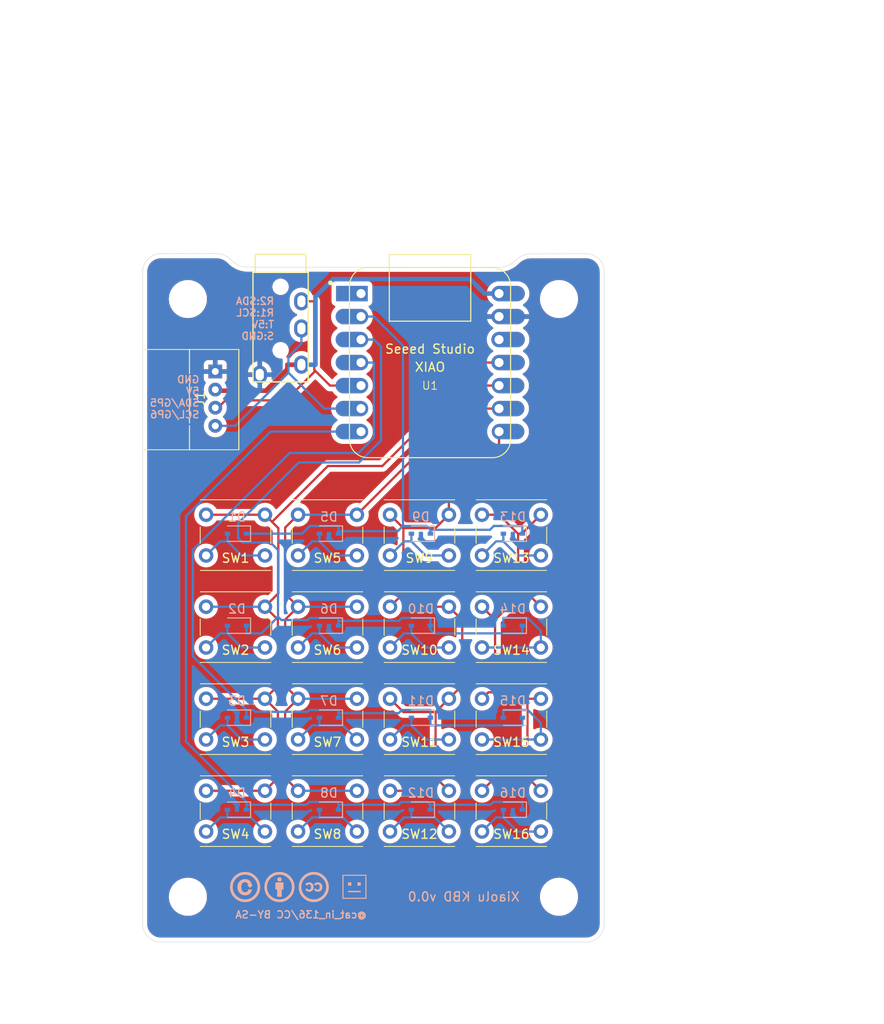
<source format=kicad_pcb>
(kicad_pcb (version 20211014) (generator pcbnew)
  (title_block (title "Xiaolu KBD PCB") (date "2023-02-04") (rev "0.0") (company "@cat_in_136"))
  (layers (0 "F.Cu" signal) (31 "B.Cu" signal) (34 "B.Paste" user) (35 "F.Paste" user) (36 "B.SilkS" user "B.Silkscreen") (37 "F.SilkS" user "F.Silkscreen") (38 "B.Mask" user) (39 "F.Mask" user) (44 "Edge.Cuts" user))
  (net 0 "")
  (net 1 "row0")
  (net 2 "Net-(D1-Pad2)")
  (net 3 "row1")
  (net 4 "Net-(D2-Pad2)")
  (net 5 "row2")
  (net 6 "Net-(D3-Pad2)")
  (net 7 "row3")
  (net 8 "Net-(D4-Pad2)")
  (net 9 "Net-(D5-Pad2)")
  (net 10 "Net-(D6-Pad2)")
  (net 11 "Net-(D7-Pad2)")
  (net 12 "Net-(D8-Pad2)")
  (net 13 "Net-(D9-Pad2)")
  (net 14 "Net-(D10-Pad2)")
  (net 15 "Net-(D11-Pad2)")
  (net 16 "Net-(D12-Pad2)")
  (net 17 "Net-(D13-Pad2)")
  (net 18 "Net-(D14-Pad2)")
  (net 19 "Net-(D15-Pad2)")
  (net 20 "Net-(D16-Pad2)")
  (net 21 "GND")
  (net 22 "+5V")
  (net 23 "SDA")
  (net 24 "SCL")
  (net 25 "col0")
  (net 26 "col1")
  (net 27 "col2")
  (net 28 "col3")
  (net 30 "+3.3V")
  (footprint "Xiaolu-Specific:XIAO-Generic-Hybrid-14P-2.54-21X17.8MM" (layer "F.Cu") (at 82.55 62.23)
    (fp_text reference "U1" (at 0 2.54) (layer "F.SilkS") (effects (font (size 0.889 0.889) (thickness 0.1016))))
    (fp_text value "Seeed Studio XIAO SAMD21" hide)
    (fp_text user "XIAO" (at 0 0.5 unlocked) (layer "F.SilkS"))
    (fp_text user "Seeed Studio" (at 0 -1.5 unlocked) (layer "F.SilkS"))
    (pad "1" thru_hole rect (at -7.625 -7.62) (size 3.5 1.7) (drill 1 (offset -1 0)) (layers *.Cu *.Mask))
    (pad "2" thru_hole oval (at -7.625 -5.08) (size 3.6 1.7) (drill 1 (offset -1 0)) (layers *.Cu *.Mask) (net 1 "row0"))
    (pad "3" thru_hole oval (at -7.625 -2.54) (size 3.6 1.7) (drill 1 (offset -1 0)) (layers *.Cu *.Mask) (net 3 "row1"))
    (pad "4" thru_hole oval (at -7.625 0) (size 3.6 1.7) (drill 1 (offset -1 0)) (layers *.Cu *.Mask) (net 5 "row2"))
    (pad "5" thru_hole oval (at -7.625 2.54) (size 3.6 1.7) (drill 1 (offset -1 0)) (layers *.Cu *.Mask) (net 23 "SDA"))
    (pad "6" thru_hole oval (at -7.625 5.08 180) (size 3.6 1.7) (drill 1 (offset 1 0)) (layers *.Cu *.Mask) (net 24 "SCL"))
    (pad "7" thru_hole oval (at -7.625 7.62) (size 3.6 1.7) (drill 1 (offset -1 0)) (layers *.Cu *.Mask) (net 7 "row3"))
    (pad "8" thru_hole oval (at 7.625 7.62) (size 3.6 1.7) (drill 1 (offset 1 0)) (layers *.Cu *.Mask) (net 28 "col3"))
    (pad "9" thru_hole oval (at 7.625 5.08) (size 3.6 1.7) (drill 1 (offset 1 0)) (layers *.Cu *.Mask) (net 27 "col2"))
    (pad "10" thru_hole oval (at 7.625 2.54) (size 3.6 1.7) (drill 1 (offset 1 0)) (layers *.Cu *.Mask) (net 26 "col1"))
    (pad "11" thru_hole oval (at 7.625 0) (size 3.7 1.7) (drill 1 (offset 1 0)) (layers *.Cu *.Mask) (net 25 "col0"))
    (pad "12" thru_hole oval (at 7.625 -2.54) (size 3.7 1.7) (drill 1 (offset 1 0)) (layers *.Cu *.Mask) (net 30 "+3.3V"))
    (pad "13" thru_hole oval (at 7.625 -5.08) (size 3.7 1.7) (drill 1 (offset 1 0)) (layers *.Cu *.Mask) (net 21 "GND"))
    (pad "14" thru_hole oval (at 7.625 -7.62) (size 3.7 1.7) (drill 1 (offset 1 0)) (layers *.Cu *.Mask) (net 22 "+5V"))
  )
  (footprint "Xiaolu-Specific:NS-Tech_Grove_1x04_P2mm_Hybrid" (layer "F.Cu") (at 58.825 63.215)
    (fp_text reference "J1" (at -1.675 3.025 90) (layer "F.SilkS"))
    (fp_text value "Conn_01x04_Male")
    (pad "1" thru_hole rect (at 0 0) (size 1.524 1.524) (drill 0.762) (layers *.Cu *.Mask) (net 21 "GND"))
    (pad "2" thru_hole circle (at 0 2) (size 1.524 1.524) (drill 0.762) (layers *.Cu *.Mask) (net 22 "+5V"))
    (pad "3" thru_hole circle (at 0 4) (size 1.524 1.524) (drill 0.762) (layers *.Cu *.Mask) (net 23 "SDA"))
    (pad "4" thru_hole circle (at 0 6) (size 1.524 1.524) (drill 0.762) (layers *.Cu *.Mask) (net 24 "SCL"))
  )
  (footprint "MountingHole:MountingHole_3.2mm_M3" (layer "F.Cu") (at 55.8 121.2142 -90)
    (fp_text reference "REF**2" hide)
    (fp_text value "MountingHole_3.2mm_M3")
    (pad "" np_thru_hole circle (at 0 0 270) (size 3.2 3.2) (drill 3.2) (layers F&B.Cu *.Mask))
  )
  (footprint "Xiaolu-Specific:SW_PUSH_Switronic_TS-AXXXH" (layer "F.Cu") (at 88.29 89.19)
    (fp_text reference "SW14" (at 3.25 4.79) (layer "F.SilkS"))
    (fp_text value "SW_Push")
    (pad "1" thru_hole circle (at 6.5 0) (size 1.6 1.6) (drill 0.9) (layers *.Cu *.Mask) (net 28 "col3"))
    (pad "1" thru_hole circle (at 0 0) (size 1.6 1.6) (drill 0.9) (layers *.Cu *.Mask) (net 28 "col3"))
    (pad "2" thru_hole circle (at 0 4.5) (size 1.6 1.6) (drill 0.9) (layers *.Cu *.Mask) (net 18 "Net-(D14-Pad2)"))
    (pad "2" thru_hole circle (at 6.5 4.5) (size 1.6 1.6) (drill 0.9) (layers *.Cu *.Mask) (net 18 "Net-(D14-Pad2)"))
  )
  (footprint "Xiaolu-Specific:SW_PUSH_Switronic_TS-AXXXH" (layer "F.Cu") (at 57.81 109.51)
    (fp_text reference "SW4" (at 3.25 4.79) (layer "F.SilkS"))
    (fp_text value "SW_Push")
    (pad "1" thru_hole circle (at 6.5 0) (size 1.6 1.6) (drill 0.9) (layers *.Cu *.Mask) (net 25 "col0"))
    (pad "1" thru_hole circle (at 0 0) (size 1.6 1.6) (drill 0.9) (layers *.Cu *.Mask) (net 25 "col0"))
    (pad "2" thru_hole circle (at 6.5 4.5) (size 1.6 1.6) (drill 0.9) (layers *.Cu *.Mask) (net 8 "Net-(D4-Pad2)"))
    (pad "2" thru_hole circle (at 0 4.5) (size 1.6 1.6) (drill 0.9) (layers *.Cu *.Mask) (net 8 "Net-(D4-Pad2)"))
  )
  (footprint "Xiaolu-Specific:SW_PUSH_Switronic_TS-AXXXH" (layer "F.Cu") (at 88.29 109.51)
    (fp_text reference "SW16" (at 3.25 4.79) (layer "F.SilkS"))
    (fp_text value "SW_Push")
    (pad "1" thru_hole circle (at 0 0) (size 1.6 1.6) (drill 0.9) (layers *.Cu *.Mask) (net 28 "col3"))
    (pad "1" thru_hole circle (at 6.5 0) (size 1.6 1.6) (drill 0.9) (layers *.Cu *.Mask) (net 28 "col3"))
    (pad "2" thru_hole circle (at 0 4.5) (size 1.6 1.6) (drill 0.9) (layers *.Cu *.Mask) (net 20 "Net-(D16-Pad2)"))
    (pad "2" thru_hole circle (at 6.5 4.5) (size 1.6 1.6) (drill 0.9) (layers *.Cu *.Mask) (net 20 "Net-(D16-Pad2)"))
  )
  (footprint "MountingHole:MountingHole_3.2mm_M3" (layer "F.Cu") (at 96.8 121.2142 -90)
    (fp_text reference "REF**4" hide)
    (fp_text value "MountingHole_3.2mm_M3")
    (pad "" np_thru_hole circle (at 0 0 270) (size 3.2 3.2) (drill 3.2) (layers F&B.Cu *.Mask))
  )
  (footprint "Xiaolu-Specific:SW_PUSH_Switronic_TS-AXXXH" (layer "F.Cu") (at 78.13 99.35)
    (fp_text reference "SW11" (at 3.25 4.79) (layer "F.SilkS"))
    (fp_text value "SW_Push")
    (pad "1" thru_hole circle (at 6.5 0) (size 1.6 1.6) (drill 0.9) (layers *.Cu *.Mask) (net 27 "col2"))
    (pad "1" thru_hole circle (at 0 0) (size 1.6 1.6) (drill 0.9) (layers *.Cu *.Mask) (net 27 "col2"))
    (pad "2" thru_hole circle (at 0 4.5) (size 1.6 1.6) (drill 0.9) (layers *.Cu *.Mask) (net 15 "Net-(D11-Pad2)"))
    (pad "2" thru_hole circle (at 6.5 4.5) (size 1.6 1.6) (drill 0.9) (layers *.Cu *.Mask) (net 15 "Net-(D11-Pad2)"))
  )
  (footprint "Xiaolu-Specific:SW_PUSH_Switronic_TS-AXXXH" (layer "F.Cu") (at 67.97 109.51)
    (fp_text reference "SW8" (at 3.25 4.79) (layer "F.SilkS"))
    (fp_text value "SW_Push")
    (pad "1" thru_hole circle (at 0 0) (size 1.6 1.6) (drill 0.9) (layers *.Cu *.Mask) (net 26 "col1"))
    (pad "1" thru_hole circle (at 6.5 0) (size 1.6 1.6) (drill 0.9) (layers *.Cu *.Mask) (net 26 "col1"))
    (pad "2" thru_hole circle (at 6.5 4.5) (size 1.6 1.6) (drill 0.9) (layers *.Cu *.Mask) (net 12 "Net-(D8-Pad2)"))
    (pad "2" thru_hole circle (at 0 4.5) (size 1.6 1.6) (drill 0.9) (layers *.Cu *.Mask) (net 12 "Net-(D8-Pad2)"))
  )
  (footprint "MountingHole:MountingHole_3.2mm_M3" (layer "F.Cu") (at 55.8 55.2142 -90)
    (fp_text reference "REF**1" hide)
    (fp_text value "MountingHole_3.2mm_M3")
    (pad "" np_thru_hole circle (at 0 0 270) (size 3.2 3.2) (drill 3.2) (layers F&B.Cu *.Mask))
  )
  (footprint "Xiaolu-Specific:SW_PUSH_Switronic_TS-AXXXH" (layer "F.Cu") (at 78.13 79.03)
    (fp_text reference "SW9" (at 3.25 4.79) (layer "F.SilkS"))
    (fp_text value "SW_Push")
    (pad "1" thru_hole circle (at 0 0) (size 1.6 1.6) (drill 0.9) (layers *.Cu *.Mask) (net 27 "col2"))
    (pad "1" thru_hole circle (at 6.5 0) (size 1.6 1.6) (drill 0.9) (layers *.Cu *.Mask) (net 27 "col2"))
    (pad "2" thru_hole circle (at 0 4.5) (size 1.6 1.6) (drill 0.9) (layers *.Cu *.Mask) (net 13 "Net-(D9-Pad2)"))
    (pad "2" thru_hole circle (at 6.5 4.5) (size 1.6 1.6) (drill 0.9) (layers *.Cu *.Mask) (net 13 "Net-(D9-Pad2)"))
  )
  (footprint "Xiaolu-Specific:SW_PUSH_Switronic_TS-AXXXH" (layer "F.Cu") (at 57.81 99.35)
    (fp_text reference "SW3" (at 3.25 4.79) (layer "F.SilkS"))
    (fp_text value "SW_Push")
    (pad "1" thru_hole circle (at 6.5 0) (size 1.6 1.6) (drill 0.9) (layers *.Cu *.Mask) (net 25 "col0"))
    (pad "1" thru_hole circle (at 0 0) (size 1.6 1.6) (drill 0.9) (layers *.Cu *.Mask) (net 25 "col0"))
    (pad "2" thru_hole circle (at 6.5 4.5) (size 1.6 1.6) (drill 0.9) (layers *.Cu *.Mask) (net 6 "Net-(D3-Pad2)"))
    (pad "2" thru_hole circle (at 0 4.5) (size 1.6 1.6) (drill 0.9) (layers *.Cu *.Mask) (net 6 "Net-(D3-Pad2)"))
  )
  (footprint "Xiaolu-Specific:SW_PUSH_Switronic_TS-AXXXH" (layer "F.Cu") (at 78.13 109.51)
    (fp_text reference "SW12" (at 3.25 4.79) (layer "F.SilkS"))
    (fp_text value "SW_Push")
    (pad "1" thru_hole circle (at 0 0) (size 1.6 1.6) (drill 0.9) (layers *.Cu *.Mask) (net 27 "col2"))
    (pad "1" thru_hole circle (at 6.5 0) (size 1.6 1.6) (drill 0.9) (layers *.Cu *.Mask) (net 27 "col2"))
    (pad "2" thru_hole circle (at 6.5 4.5) (size 1.6 1.6) (drill 0.9) (layers *.Cu *.Mask) (net 16 "Net-(D12-Pad2)"))
    (pad "2" thru_hole circle (at 0 4.5) (size 1.6 1.6) (drill 0.9) (layers *.Cu *.Mask) (net 16 "Net-(D12-Pad2)"))
  )
  (footprint "MountingHole:MountingHole_3.2mm_M3" (layer "F.Cu") (at 96.8 55.2142 -90)
    (fp_text reference "REF**3" hide)
    (fp_text value "MountingHole_3.2mm_M3")
    (pad "" np_thru_hole circle (at 0 0 270) (size 3.2 3.2) (drill 3.2) (layers F&B.Cu *.Mask))
  )
  (footprint "Xiaolu-Specific:SW_PUSH_Switronic_TS-AXXXH" (layer "F.Cu") (at 88.29 79.03)
    (fp_text reference "SW13" (at 3.25 4.79) (layer "F.SilkS"))
    (fp_text value "SW_Push")
    (pad "1" thru_hole circle (at 6.5 0) (size 1.6 1.6) (drill 0.9) (layers *.Cu *.Mask) (net 28 "col3"))
    (pad "1" thru_hole circle (at 0 0) (size 1.6 1.6) (drill 0.9) (layers *.Cu *.Mask) (net 28 "col3"))
    (pad "2" thru_hole circle (at 0 4.5) (size 1.6 1.6) (drill 0.9) (layers *.Cu *.Mask) (net 17 "Net-(D13-Pad2)"))
    (pad "2" thru_hole circle (at 6.5 4.5) (size 1.6 1.6) (drill 0.9) (layers *.Cu *.Mask) (net 17 "Net-(D13-Pad2)"))
  )
  (footprint "Xiaolu-Specific:TRRS-PJ-320A" (layer "F.Cu") (at 66.04 52.2642)
    (fp_text reference "J2")
    (fp_text value "TRRS")
    (pad "" np_thru_hole circle (at 0 8.6) (size 0.8 0.8) (drill 0.8) (layers *.Cu *.Mask))
    (pad "" np_thru_hole circle (at 0 1.6) (size 0.8 0.8) (drill 0.8) (layers *.Cu *.Mask))
    (pad "1" thru_hole oval (at -2.3 11.3) (size 1.6 2) (drill oval 0.9 1.3) (layers *.Cu *.Mask) (net 21 "GND"))
    (pad "2" thru_hole oval (at 2.3 10.2) (size 1.6 2) (drill oval 0.9 1.3) (layers *.Cu *.Mask) (net 22 "+5V"))
    (pad "3" thru_hole oval (at 2.3 6.2) (size 1.6 2) (drill oval 0.9 1.3) (layers *.Cu *.Mask) (net 24 "SCL"))
    (pad "4" thru_hole oval (at 2.3 3.2) (size 1.6 2) (drill oval 0.9 1.3) (layers *.Cu *.Mask) (net 23 "SDA"))
  )
  (footprint "Xiaolu-Specific:SW_PUSH_Switronic_TS-AXXXH" (layer "F.Cu") (at 67.97 89.19)
    (fp_text reference "SW6" (at 3.25 4.79) (layer "F.SilkS"))
    (fp_text value "SW_Push")
    (pad "1" thru_hole circle (at 6.5 0) (size 1.6 1.6) (drill 0.9) (layers *.Cu *.Mask) (net 26 "col1"))
    (pad "1" thru_hole circle (at 0 0) (size 1.6 1.6) (drill 0.9) (layers *.Cu *.Mask) (net 26 "col1"))
    (pad "2" thru_hole circle (at 0 4.5) (size 1.6 1.6) (drill 0.9) (layers *.Cu *.Mask) (net 10 "Net-(D6-Pad2)"))
    (pad "2" thru_hole circle (at 6.5 4.5) (size 1.6 1.6) (drill 0.9) (layers *.Cu *.Mask) (net 10 "Net-(D6-Pad2)"))
  )
  (footprint "Xiaolu-Specific:SW_PUSH_Switronic_TS-AXXXH" (layer "F.Cu") (at 67.97 79.03)
    (fp_text reference "SW5" (at 3.25 4.79) (layer "F.SilkS"))
    (fp_text value "SW_Push")
    (pad "1" thru_hole circle (at 6.5 0) (size 1.6 1.6) (drill 0.9) (layers *.Cu *.Mask) (net 26 "col1"))
    (pad "1" thru_hole circle (at 0 0) (size 1.6 1.6) (drill 0.9) (layers *.Cu *.Mask) (net 26 "col1"))
    (pad "2" thru_hole circle (at 0 4.5) (size 1.6 1.6) (drill 0.9) (layers *.Cu *.Mask) (net 9 "Net-(D5-Pad2)"))
    (pad "2" thru_hole circle (at 6.5 4.5) (size 1.6 1.6) (drill 0.9) (layers *.Cu *.Mask) (net 9 "Net-(D5-Pad2)"))
  )
  (footprint "Xiaolu-Specific:SW_PUSH_Switronic_TS-AXXXH" (layer "F.Cu") (at 88.29 99.35)
    (fp_text reference "SW15" (at 3.25 4.79) (layer "F.SilkS"))
    (fp_text value "SW_Push")
    (pad "1" thru_hole circle (at 6.5 0) (size 1.6 1.6) (drill 0.9) (layers *.Cu *.Mask) (net 28 "col3"))
    (pad "1" thru_hole circle (at 0 0) (size 1.6 1.6) (drill 0.9) (layers *.Cu *.Mask) (net 28 "col3"))
    (pad "2" thru_hole circle (at 0 4.5) (size 1.6 1.6) (drill 0.9) (layers *.Cu *.Mask) (net 19 "Net-(D15-Pad2)"))
    (pad "2" thru_hole circle (at 6.5 4.5) (size 1.6 1.6) (drill 0.9) (layers *.Cu *.Mask) (net 19 "Net-(D15-Pad2)"))
  )
  (footprint "Xiaolu-Specific:SW_PUSH_Switronic_TS-AXXXH" (layer "F.Cu") (at 67.97 99.35)
    (fp_text reference "SW7" (at 3.25 4.79) (layer "F.SilkS"))
    (fp_text value "SW_Push")
    (pad "1" thru_hole circle (at 6.5 0) (size 1.6 1.6) (drill 0.9) (layers *.Cu *.Mask) (net 26 "col1"))
    (pad "1" thru_hole circle (at 0 0) (size 1.6 1.6) (drill 0.9) (layers *.Cu *.Mask) (net 26 "col1"))
    (pad "2" thru_hole circle (at 6.5 4.5) (size 1.6 1.6) (drill 0.9) (layers *.Cu *.Mask) (net 11 "Net-(D7-Pad2)"))
    (pad "2" thru_hole circle (at 0 4.5) (size 1.6 1.6) (drill 0.9) (layers *.Cu *.Mask) (net 11 "Net-(D7-Pad2)"))
  )
  (footprint "Xiaolu-Specific:SW_PUSH_Switronic_TS-AXXXH" (layer "F.Cu") (at 57.81 79.03)
    (fp_text reference "SW1" (at 3.25 4.79) (layer "F.SilkS"))
    (fp_text value "SW_Push")
    (pad "1" thru_hole circle (at 0 0) (size 1.6 1.6) (drill 0.9) (layers *.Cu *.Mask) (net 25 "col0"))
    (pad "1" thru_hole circle (at 6.5 0) (size 1.6 1.6) (drill 0.9) (layers *.Cu *.Mask) (net 25 "col0"))
    (pad "2" thru_hole circle (at 6.5 4.5) (size 1.6 1.6) (drill 0.9) (layers *.Cu *.Mask) (net 2 "Net-(D1-Pad2)"))
    (pad "2" thru_hole circle (at 0 4.5) (size 1.6 1.6) (drill 0.9) (layers *.Cu *.Mask) (net 2 "Net-(D1-Pad2)"))
  )
  (footprint "Xiaolu-Specific:SW_PUSH_Switronic_TS-AXXXH" (layer "F.Cu") (at 78.13 89.19)
    (fp_text reference "SW10" (at 3.25 4.79) (layer "F.SilkS"))
    (fp_text value "SW_Push")
    (pad "1" thru_hole circle (at 0 0) (size 1.6 1.6) (drill 0.9) (layers *.Cu *.Mask) (net 27 "col2"))
    (pad "1" thru_hole circle (at 6.5 0) (size 1.6 1.6) (drill 0.9) (layers *.Cu *.Mask) (net 27 "col2"))
    (pad "2" thru_hole circle (at 0 4.5) (size 1.6 1.6) (drill 0.9) (layers *.Cu *.Mask) (net 14 "Net-(D10-Pad2)"))
    (pad "2" thru_hole circle (at 6.5 4.5) (size 1.6 1.6) (drill 0.9) (layers *.Cu *.Mask) (net 14 "Net-(D10-Pad2)"))
  )
  (footprint "Xiaolu-Specific:SW_PUSH_Switronic_TS-AXXXH" (layer "F.Cu") (at 57.81 89.19)
    (fp_text reference "SW2" (at 3.25 4.79) (layer "F.SilkS"))
    (fp_text value "SW_Push")
    (pad "1" thru_hole circle (at 0 0) (size 1.6 1.6) (drill 0.9) (layers *.Cu *.Mask) (net 25 "col0"))
    (pad "1" thru_hole circle (at 6.5 0) (size 1.6 1.6) (drill 0.9) (layers *.Cu *.Mask) (net 25 "col0"))
    (pad "2" thru_hole circle (at 6.5 4.5) (size 1.6 1.6) (drill 0.9) (layers *.Cu *.Mask) (net 4 "Net-(D2-Pad2)"))
    (pad "2" thru_hole circle (at 0 4.5) (size 1.6 1.6) (drill 0.9) (layers *.Cu *.Mask) (net 4 "Net-(D2-Pad2)"))
  )
  (footprint "Diode_SMD:D_SOD-323" (layer "B.Cu") (at 91.7 91.28 180)
    (fp_text reference "D14" (at 0 1.85) (layer "B.SilkS") (effects (justify mirror)))
    (fp_text value "D")
    (pad "1" smd rect (at -1.05 0 180) (size 0.6 0.45) (layers "B.Cu" "B.Paste" "B.Mask") (net 3 "row1"))
    (pad "2" smd rect (at 1.05 0 180) (size 0.6 0.45) (layers "B.Cu" "B.Paste" "B.Mask") (net 18 "Net-(D14-Pad2)"))
  )
  (footprint "Diode_SMD:D_SOD-323" (layer "B.Cu") (at 91.7 101.44 180)
    (fp_text reference "D15" (at 0 1.85) (layer "B.SilkS") (effects (justify mirror)))
    (fp_text value "D")
    (pad "1" smd rect (at -1.05 0 180) (size 0.6 0.45) (layers "B.Cu" "B.Paste" "B.Mask") (net 5 "row2"))
    (pad "2" smd rect (at 1.05 0 180) (size 0.6 0.45) (layers "B.Cu" "B.Paste" "B.Mask") (net 19 "Net-(D15-Pad2)"))
  )
  (footprint "Diode_SMD:D_SOD-323" (layer "B.Cu") (at 81.54 91.28 180)
    (fp_text reference "D10" (at 0 1.85) (layer "B.SilkS") (effects (justify mirror)))
    (fp_text value "D")
    (pad "1" smd rect (at -1.05 0 180) (size 0.6 0.45) (layers "B.Cu" "B.Paste" "B.Mask") (net 3 "row1"))
    (pad "2" smd rect (at 1.05 0 180) (size 0.6 0.45) (layers "B.Cu" "B.Paste" "B.Mask") (net 14 "Net-(D10-Pad2)"))
  )
  (footprint "Diode_SMD:D_SOD-323" (layer "B.Cu") (at 71.38 101.44 180)
    (fp_text reference "D7" (at 0 1.85) (layer "B.SilkS") (effects (justify mirror)))
    (fp_text value "D")
    (pad "1" smd rect (at -1.05 0 180) (size 0.6 0.45) (layers "B.Cu" "B.Paste" "B.Mask") (net 5 "row2"))
    (pad "2" smd rect (at 1.05 0 180) (size 0.6 0.45) (layers "B.Cu" "B.Paste" "B.Mask") (net 11 "Net-(D7-Pad2)"))
  )
  (footprint "Diode_SMD:D_SOD-323" (layer "B.Cu") (at 71.38 111.6 180)
    (fp_text reference "D8" (at 0 1.85) (layer "B.SilkS") (effects (justify mirror)))
    (fp_text value "D")
    (pad "1" smd rect (at -1.05 0 180) (size 0.6 0.45) (layers "B.Cu" "B.Paste" "B.Mask") (net 7 "row3"))
    (pad "2" smd rect (at 1.05 0 180) (size 0.6 0.45) (layers "B.Cu" "B.Paste" "B.Mask") (net 12 "Net-(D8-Pad2)"))
  )
  (footprint "Diode_SMD:D_SOD-323" (layer "B.Cu") (at 91.7 111.6 180)
    (fp_text reference "D16" (at 0 1.85) (layer "B.SilkS") (effects (justify mirror)))
    (fp_text value "D")
    (pad "1" smd rect (at -1.05 0 180) (size 0.6 0.45) (layers "B.Cu" "B.Paste" "B.Mask") (net 7 "row3"))
    (pad "2" smd rect (at 1.05 0 180) (size 0.6 0.45) (layers "B.Cu" "B.Paste" "B.Mask") (net 20 "Net-(D16-Pad2)"))
  )
  (footprint "Diode_SMD:D_SOD-323" (layer "B.Cu") (at 71.38 81.12 180)
    (fp_text reference "D5" (at 0 1.85) (layer "B.SilkS") (effects (justify mirror)))
    (fp_text value "D")
    (pad "1" smd rect (at -1.05 0 180) (size 0.6 0.45) (layers "B.Cu" "B.Paste" "B.Mask") (net 1 "row0"))
    (pad "2" smd rect (at 1.05 0 180) (size 0.6 0.45) (layers "B.Cu" "B.Paste" "B.Mask") (net 9 "Net-(D5-Pad2)"))
  )
  (footprint "Diode_SMD:D_SOD-323" (layer "B.Cu") (at 61.22 101.44 180)
    (fp_text reference "D3" (at 0 1.85) (layer "B.SilkS") (effects (justify mirror)))
    (fp_text value "D")
    (pad "1" smd rect (at -1.05 0 180) (size 0.6 0.45) (layers "B.Cu" "B.Paste" "B.Mask") (net 5 "row2"))
    (pad "2" smd rect (at 1.05 0 180) (size 0.6 0.45) (layers "B.Cu" "B.Paste" "B.Mask") (net 6 "Net-(D3-Pad2)"))
  )
  (footprint "Diode_SMD:D_SOD-323" (layer "B.Cu") (at 61.22 111.6 180)
    (fp_text reference "D4" (at 0 1.85) (layer "B.SilkS") (effects (justify mirror)))
    (fp_text value "D")
    (pad "1" smd rect (at -1.05 0 180) (size 0.6 0.45) (layers "B.Cu" "B.Paste" "B.Mask") (net 7 "row3"))
    (pad "2" smd rect (at 1.05 0 180) (size 0.6 0.45) (layers "B.Cu" "B.Paste" "B.Mask") (net 8 "Net-(D4-Pad2)"))
  )
  (footprint "Diode_SMD:D_SOD-323" (layer "B.Cu") (at 81.54 111.6 180)
    (fp_text reference "D12" (at 0 1.85) (layer "B.SilkS") (effects (justify mirror)))
    (fp_text value "D")
    (pad "1" smd rect (at -1.05 0 180) (size 0.6 0.45) (layers "B.Cu" "B.Paste" "B.Mask") (net 7 "row3"))
    (pad "2" smd rect (at 1.05 0 180) (size 0.6 0.45) (layers "B.Cu" "B.Paste" "B.Mask") (net 16 "Net-(D12-Pad2)"))
  )
  (footprint "Diode_SMD:D_SOD-323" (layer "B.Cu") (at 71.38 91.28 180)
    (fp_text reference "D6" (at 0 1.85) (layer "B.SilkS") (effects (justify mirror)))
    (fp_text value "D")
    (pad "1" smd rect (at -1.05 0 180) (size 0.6 0.45) (layers "B.Cu" "B.Paste" "B.Mask") (net 3 "row1"))
    (pad "2" smd rect (at 1.05 0 180) (size 0.6 0.45) (layers "B.Cu" "B.Paste" "B.Mask") (net 10 "Net-(D6-Pad2)"))
  )
  (footprint "Diode_SMD:D_SOD-323" (layer "B.Cu") (at 81.54 81.12 180)
    (fp_text reference "D9" (at 0 1.85) (layer "B.SilkS") (effects (justify mirror)))
    (fp_text value "D")
    (pad "1" smd rect (at -1.05 0 180) (size 0.6 0.45) (layers "B.Cu" "B.Paste" "B.Mask") (net 1 "row0"))
    (pad "2" smd rect (at 1.05 0 180) (size 0.6 0.45) (layers "B.Cu" "B.Paste" "B.Mask") (net 13 "Net-(D9-Pad2)"))
  )
  (footprint "Xiaolu-Specific:cat_in_136_inversed_2.54mm_SilkScreen" (layer "B.Cu") (at 75.47 118.84 180)
    (fp_text reference "REF**5" hide)
    (fp_text value "cat_in_136_inversed_2.54mm_SilkScreen")
  )
  (footprint "Diode_SMD:D_SOD-323" (layer "B.Cu") (at 81.54 101.44 180)
    (fp_text reference "D11" (at 0 1.85) (layer "B.SilkS") (effects (justify mirror)))
    (fp_text value "D")
    (pad "1" smd rect (at -1.05 0 180) (size 0.6 0.45) (layers "B.Cu" "B.Paste" "B.Mask") (net 5 "row2"))
    (pad "2" smd rect (at 1.05 0 180) (size 0.6 0.45) (layers "B.Cu" "B.Paste" "B.Mask") (net 15 "Net-(D11-Pad2)"))
  )
  (footprint "Diode_SMD:D_SOD-323" (layer "B.Cu") (at 91.7 81.12 180)
    (fp_text reference "D13" (at 0 1.85) (layer "B.SilkS") (effects (justify mirror)))
    (fp_text value "D")
    (pad "1" smd rect (at -1.05 0 180) (size 0.6 0.45) (layers "B.Cu" "B.Paste" "B.Mask") (net 1 "row0"))
    (pad "2" smd rect (at 1.05 0 180) (size 0.6 0.45) (layers "B.Cu" "B.Paste" "B.Mask") (net 17 "Net-(D13-Pad2)"))
  )
  (footprint "Diode_SMD:D_SOD-323" (layer "B.Cu") (at 61.22 91.28 180)
    (fp_text reference "D2" (at 0 1.85) (layer "B.SilkS") (effects (justify mirror)))
    (fp_text value "D")
    (pad "1" smd rect (at -1.05 0 180) (size 0.6 0.45) (layers "B.Cu" "B.Paste" "B.Mask") (net 3 "row1"))
    (pad "2" smd rect (at 1.05 0 180) (size 0.6 0.45) (layers "B.Cu" "B.Paste" "B.Mask") (net 4 "Net-(D2-Pad2)"))
  )
  (footprint "Xiaolu-Specific:Symbol_CreativeCommons_CC-BY-SA_SilkScreen" (layer "B.Cu") (at 71.374809 118.473333 180)
    (fp_text reference "REF**6" hide)
    (fp_text value "Symbol_CreativeCommons_CC-BY-SA_SilkScreen")
  )
  (footprint "Diode_SMD:D_SOD-323" (layer "B.Cu") (at 61.22 81.12 180)
    (fp_text reference "D1" (at 0 1.85) (layer "B.SilkS") (effects (justify mirror)))
    (fp_text value "D")
    (pad "1" smd rect (at -1.05 0 180) (size 0.6 0.45) (layers "B.Cu" "B.Paste" "B.Mask") (net 1 "row0"))
    (pad "2" smd rect (at 1.05 0 180) (size 0.6 0.45) (layers "B.Cu" "B.Paste" "B.Mask") (net 2 "Net-(D1-Pad2)"))
  )
  (gr_arc (start 62.43 51.693144) (mid 61.415537 51.483621) (end 60.567088 50.889339) (layer "Edge.Cuts") (width 0.05))
  (gr_line (start 99.8 50.214214) (end 93.688242 50.224749) (layer "Edge.Cuts") (width 0.05))
  (gr_line (start 101.8 52.214214) (end 101.8 124.214214) (layer "Edge.Cuts") (width 0.05))
  (gr_arc (start 99.8 50.214214) (mid 101.214214 50.8) (end 101.8 52.214214) (layer "Edge.Cuts") (width 0.05))
  (gr_arc (start 52.8 126.214214) (mid 51.385786 125.628428) (end 50.8 124.214214) (layer "Edge.Cuts") (width 0.05))
  (gr_arc (start 92.032912 50.910409) (mid 92.792384 50.402946) (end 93.688242 50.224749) (layer "Edge.Cuts") (width 0.05))
  (gr_arc (start 50.8 52.214214) (mid 51.385786 50.8) (end 52.8 50.214214) (layer "Edge.Cuts") (width 0.05))
  (gr_arc (start 101.8 124.214214) (mid 101.214214 125.628428) (end 99.8 126.214214) (layer "Edge.Cuts") (width 0.05))
  (gr_line (start 99.8 126.214214) (end 52.8 126.214214) (layer "Edge.Cuts") (width 0.05))
  (gr_arc (start 92.032912 50.910409) (mid 91.184463 51.504691) (end 90.17 51.714214) (layer "Edge.Cuts") (width 0.05))
  (gr_arc (start 58.911758 50.203679) (mid 59.807616 50.381876) (end 60.567088 50.889339) (layer "Edge.Cuts") (width 0.05))
  (gr_line (start 50.8 52.214214) (end 50.8 124.214214) (layer "Edge.Cuts") (width 0.05))
  (gr_line (start 90.17 51.714214) (end 62.43 51.693144) (layer "Edge.Cuts") (width 0.05))
  (gr_line (start 58.911758 50.203679) (end 52.8 50.214214) (layer "Edge.Cuts") (width 0.05))
  (gr_text "Xiaolu KBD v${REVISION}" (at 80.01 121.2142) (layer "B.SilkS") (effects (font (size 1 1)) (justify right mirror)))
  (gr_text "@cat_in_136/CC BY-SA" (at 60.96 123.19) (layer "B.SilkS") (effects (font (size 0.8 0.8)) (justify right mirror)))
  (gr_text "GND\n5V\nSDA/GP5\nSCL/GP6" (at 57.15 66.04) (layer "B.SilkS") (effects (font (size 0.8 0.8)) (justify left mirror)))
  (gr_text "R2:SDA\nR1:SCL\nT:5V\nS:GND" (at 65.405 57.3767) (layer "B.SilkS") (effects (font (size 0.8 0.8)) (justify left mirror)))
  (segment (start 82.59 81.12) (end 82.59 80.6949) (width 0.25) (layer "B.Cu") (net 1))
  (segment (start 89.5953 80.2699) (end 92.75 80.2699) (width 0.25) (layer "B.Cu") (net 1))
  (segment (start 82.1649 80.2698) (end 82.59 80.6949) (width 0.25) (layer "B.Cu") (net 1))
  (segment (start 74.925 57.15) (end 76.3501 57.15) (width 0.25) (layer "B.Cu") (net 1))
  (segment (start 72.43 80.8472) (end 78.9853 80.8472) (width 0.25) (layer "B.Cu") (net 1))
  (segment (start 68.4252 81.12) (end 69.2753 80.2699) (width 0.25) (layer "B.Cu") (net 1))
  (segment (start 79.5627 80.2698) (end 82.1649 80.2698) (width 0.25) (layer "B.Cu") (net 1))
  (segment (start 79.5627 80.2698) (end 79.5627 60.3626) (width 0.25) (layer "B.Cu") (net 1))
  (segment (start 72.43 81.12) (end 72.43 80.8472) (width 0.25) (layer "B.Cu") (net 1))
  (segment (start 82.59 80.6949) (end 89.1703 80.6949) (width 0.25) (layer "B.Cu") (net 1))
  (segment (start 72.43 80.8472) (end 72.43 80.2699) (width 0.25) (layer "B.Cu") (net 1))
  (segment (start 62.27 81.12) (end 68.4252 81.12) (width 0.25) (layer "B.Cu") (net 1))
  (segment (start 78.9853 80.8472) (end 79.5627 80.2698) (width 0.25) (layer "B.Cu") (net 1))
  (segment (start 79.5627 60.3626) (end 76.3501 57.15) (width 0.25) (layer "B.Cu") (net 1))
  (segment (start 92.75 81.12) (end 92.75 80.2699) (width 0.25) (layer "B.Cu") (net 1))
  (segment (start 89.1703 80.6949) (end 89.5953 80.2699) (width 0.25) (layer "B.Cu") (net 1))
  (segment (start 69.2753 80.2699) (end 72.43 80.2699) (width 0.25) (layer "B.Cu") (net 1))
  (segment (start 60.17 81.9702) (end 59.3698 81.9702) (width 0.25) (layer "B.Cu") (net 2))
  (segment (start 60.17 81.9702) (end 61.7298 83.53) (width 0.25) (layer "B.Cu") (net 2))
  (segment (start 61.7298 83.53) (end 64.31 83.53) (width 0.25) (layer "B.Cu") (net 2))
  (segment (start 59.3698 81.9702) (end 57.81 83.53) (width 0.25) (layer "B.Cu") (net 2))
  (segment (start 60.17 81.7825) (end 60.17 81.9702) (width 0.25) (layer "B.Cu") (net 2))
  (segment (start 60.17 81.12) (end 60.17 81.7825) (width 0.25) (layer "B.Cu") (net 2))
  (segment (start 79.4353 90.4299) (end 82.59 90.4299) (width 0.25) (layer "B.Cu") (net 3))
  (segment (start 61.3449 79.9629) (end 68.0482 73.2596) (width 0.25) (layer "B.Cu") (net 3))
  (segment (start 65.7601 82.9316) (end 64.9243 82.0958) (width 0.25) (layer "B.Cu") (net 3))
  (segment (start 72.43 91.28) (end 72.43 90.7486) (width 0.25) (layer "B.Cu") (net 3))
  (segment (start 63.9275 92.1301) (end 65.7601 90.2975) (width 0.25) (layer "B.Cu") (net 3))
  (segment (start 65.7601 90.2975) (end 65.7601 82.9316) (width 0.25) (layer "B.Cu") (net 3))
  (segment (start 82.59 91.28) (end 82.59 90.4299) (width 0.25) (layer "B.Cu") (net 3))
  (segment (start 61.8367 82.0958) (end 61.3449 81.604) (width 0.25) (layer "B.Cu") (net 3))
  (segment (start 74.7001 73.2596) (end 77.1339 70.8258) (width 0.25) (layer "B.Cu") (net 3))
  (segment (start 68.0482 73.2596) (end 74.7001 73.2596) (width 0.25) (layer "B.Cu") (net 3))
  (segment (start 66.1194 90.6568) (end 69.0484 90.6568) (width 0.25) (layer "B.Cu") (net 3))
  (segment (start 83.0151 92.1301) (end 92.75 92.1301) (width 0.25) (layer "B.Cu") (net 3))
  (segment (start 72.43 90.7486) (end 79.1166 90.7486) (width 0.25) (layer "B.Cu") (net 3))
  (segment (start 62.27 91.28) (end 62.27 92.1301) (width 0.25) (layer "B.Cu") (net 3))
  (segment (start 69.0484 90.6568) (end 69.2753 90.4299) (width 0.25) (layer "B.Cu") (net 3))
  (segment (start 82.59 91.28) (end 82.59 91.705) (width 0.25) (layer "B.Cu") (net 3))
  (segment (start 62.27 92.1301) (end 63.9275 92.1301) (width 0.25) (layer "B.Cu") (net 3))
  (segment (start 64.9243 82.0958) (end 61.8367 82.0958) (width 0.25) (layer "B.Cu") (net 3))
  (segment (start 77.1339 60.4738) (end 76.3501 59.69) (width 0.25) (layer "B.Cu") (net 3))
  (segment (start 82.59 91.705) (end 83.0151 92.1301) (width 0.25) (layer "B.Cu") (net 3))
  (segment (start 65.7601 90.2975) (end 66.1194 90.6568) (width 0.25) (layer "B.Cu") (net 3))
  (segment (start 72.43 90.7486) (end 72.43 90.4299) (width 0.25) (layer "B.Cu") (net 3))
  (segment (start 61.3449 81.604) (end 61.3449 79.9629) (width 0.25) (layer "B.Cu") (net 3))
  (segment (start 69.2753 90.4299) (end 72.43 90.4299) (width 0.25) (layer "B.Cu") (net 3))
  (segment (start 77.1339 70.8258) (end 77.1339 60.4738) (width 0.25) (layer "B.Cu") (net 3))
  (segment (start 74.925 59.69) (end 76.3501 59.69) (width 0.25) (layer "B.Cu") (net 3))
  (segment (start 92.75 91.28) (end 92.75 92.1301) (width 0.25) (layer "B.Cu") (net 3))
  (segment (start 79.1166 90.7486) (end 79.4353 90.4299) (width 0.25) (layer "B.Cu") (net 3))
  (segment (start 60.17 92.1301) (end 59.3699 92.1301) (width 0.25) (layer "B.Cu") (net 4))
  (segment (start 60.17 91.28) (end 60.17 91.9425) (width 0.25) (layer "B.Cu") (net 4))
  (segment (start 60.17 92.1301) (end 61.7299 93.69) (width 0.25) (layer "B.Cu") (net 4))
  (segment (start 59.3699 92.1301) (end 57.81 93.69) (width 0.25) (layer "B.Cu") (net 4))
  (segment (start 61.7299 93.69) (end 64.31 93.69) (width 0.25) (layer "B.Cu") (net 4))
  (segment (start 60.17 91.9425) (end 60.17 92.1301) (width 0.25) (layer "B.Cu") (net 4))
  (segment (start 63.2521 100.7895) (end 63.0525 100.5899) (width 0.25) (layer "B.Cu") (net 5))
  (segment (start 72.43 100.5899) (end 69.2146 100.5899) (width 0.25) (layer "B.Cu") (net 5))
  (segment (start 82.59 101.44) (end 82.59 100.5899) (width 0.25) (layer "B.Cu") (net 5))
  (segment (start 74.6483 72.2094) (end 76.3501 70.5076) (width 0.25) (layer "B.Cu") (net 5))
  (segment (start 63.0525 100.5899) (end 62.27 100.5899) (width 0.25) (layer "B.Cu") (net 5))
  (segment (start 72.43 100.9348) (end 72.43 100.5899) (width 0.25) (layer "B.Cu") (net 5))
  (segment (start 82.59 101.44) (end 82.59 102.2901) (width 0.25) (layer "B.Cu") (net 5))
  (segment (start 62.27 101.44) (end 62.27 100.5899) (width 0.25) (layer "B.Cu") (net 5))
  (segment (start 92.75 101.44) (end 92.75 102.2901) (width 0.25) (layer "B.Cu") (net 5))
  (segment (start 56.3444 82.9071) (end 67.0421 72.2094) (width 0.25) (layer "B.Cu") (net 5))
  (segment (start 79.0904 100.9348) (end 79.4353 100.5899) (width 0.25) (layer "B.Cu") (net 5))
  (segment (start 69.015 100.7895) (end 63.2521 100.7895) (width 0.25) (layer "B.Cu") (net 5))
  (segment (start 56.3444 94.6643) (end 56.3444 82.9071) (width 0.25) (layer "B.Cu") (net 5))
  (segment (start 76.3501 70.5076) (end 76.3501 62.23) (width 0.25) (layer "B.Cu") (net 5))
  (segment (start 72.43 100.9348) (end 79.0904 100.9348) (width 0.25) (layer "B.Cu") (net 5))
  (segment (start 62.27 100.5899) (end 56.3444 94.6643) (width 0.25) (layer "B.Cu") (net 5))
  (segment (start 67.0421 72.2094) (end 74.6483 72.2094) (width 0.25) (layer "B.Cu") (net 5))
  (segment (start 82.59 102.2901) (end 92.75 102.2901) (width 0.25) (layer "B.Cu") (net 5))
  (segment (start 74.925 62.23) (end 76.3501 62.23) (width 0.25) (layer "B.Cu") (net 5))
  (segment (start 69.2146 100.5899) (end 69.015 100.7895) (width 0.25) (layer "B.Cu") (net 5))
  (segment (start 72.43 101.44) (end 72.43 100.9348) (width 0.25) (layer "B.Cu") (net 5))
  (segment (start 79.4353 100.5899) (end 82.59 100.5899) (width 0.25) (layer "B.Cu") (net 5))
  (segment (start 61.7299 103.85) (end 64.31 103.85) (width 0.25) (layer "B.Cu") (net 6))
  (segment (start 60.17 101.44) (end 60.17 102.2901) (width 0.25) (layer "B.Cu") (net 6))
  (segment (start 60.17 102.2901) (end 61.7299 103.85) (width 0.25) (layer "B.Cu") (net 6))
  (segment (start 60.17 102.2901) (end 59.3699 102.2901) (width 0.25) (layer "B.Cu") (net 6))
  (segment (start 59.3699 102.2901) (end 57.81 103.85) (width 0.25) (layer "B.Cu") (net 6))
  (segment (start 79.3747 110.7498) (end 79.0701 111.0544) (width 0.25) (layer "B.Cu") (net 7))
  (segment (start 82.2854 110.7498) (end 79.3747 110.7498) (width 0.25) (layer "B.Cu") (net 7))
  (segment (start 92.75 110.7499) (end 89.5346 110.7499) (width 0.25) (layer "B.Cu") (net 7))
  (segment (start 89.2301 111.0544) (end 82.59 111.0544) (width 0.25) (layer "B.Cu") (net 7))
  (segment (start 55.5942 104.0741) (end 55.5942 79.1966) (width 0.25) (layer "B.Cu") (net 7))
  (segment (start 69.2146 110.7499) (end 68.9101 111.0544) (width 0.25) (layer "B.Cu") (net 7))
  (segment (start 82.59 111.0544) (end 82.2854 110.7498) (width 0.25) (layer "B.Cu") (net 7))
  (segment (start 82.59 111.0897) (end 82.59 111.0544) (width 0.25) (layer "B.Cu") (net 7))
  (segment (start 62.27 111.0544) (end 62.27 110.7499) (width 0.25) (layer "B.Cu") (net 7))
  (segment (start 92.75 111.6) (end 92.75 110.7499) (width 0.25) (layer "B.Cu") (net 7))
  (segment (start 55.5942 79.1966) (end 64.9408 69.85) (width 0.25) (layer "B.Cu") (net 7))
  (segment (start 72.43 111.6) (end 72.43 111.0544) (width 0.25) (layer "B.Cu") (net 7))
  (segment (start 68.9101 111.0544) (end 62.27 111.0544) (width 0.25) (layer "B.Cu") (net 7))
  (segment (start 62.27 111.6) (end 62.27 111.0544) (width 0.25) (layer "B.Cu") (net 7))
  (segment (start 82.59 111.6) (end 82.59 111.0897) (width 0.25) (layer "B.Cu") (net 7))
  (segment (start 72.43 111.0544) (end 72.43 110.7499) (width 0.25) (layer "B.Cu") (net 7))
  (segment (start 89.5346 110.7499) (end 89.2301 111.0544) (width 0.25) (layer "B.Cu") (net 7))
  (segment (start 72.43 110.7499) (end 69.2146 110.7499) (width 0.25) (layer "B.Cu") (net 7))
  (segment (start 64.9408 69.85) (end 74.925 69.85) (width 0.25) (layer "B.Cu") (net 7))
  (segment (start 62.27 110.7499) (end 55.5942 104.0741) (width 0.25) (layer "B.Cu") (net 7))
  (segment (start 79.0701 111.0544) (end 72.43 111.0544) (width 0.25) (layer "B.Cu") (net 7))
  (segment (start 60.17 112.4502) (end 59.3698 112.4502) (width 0.25) (layer "B.Cu") (net 8))
  (segment (start 60.17 112.4502) (end 62.7502 112.4502) (width 0.25) (layer "B.Cu") (net 8))
  (segment (start 60.17 111.6) (end 60.17 112.2625) (width 0.25) (layer "B.Cu") (net 8))
  (segment (start 62.7502 112.4502) (end 64.31 114.01) (width 0.25) (layer "B.Cu") (net 8))
  (segment (start 60.17 112.2625) (end 60.17 112.4502) (width 0.25) (layer "B.Cu") (net 8))
  (segment (start 59.3698 112.4502) (end 57.81 114.01) (width 0.25) (layer "B.Cu") (net 8))
  (segment (start 70.33 81.9701) (end 69.5299 81.9701) (width 0.25) (layer "B.Cu") (net 9))
  (segment (start 74.47 83.53) (end 71.8899 83.53) (width 0.25) (layer "B.Cu") (net 9))
  (segment (start 70.33 81.12) (end 70.33 81.9701) (width 0.25) (layer "B.Cu") (net 9))
  (segment (start 69.5299 81.9701) (end 67.97 83.53) (width 0.25) (layer "B.Cu") (net 9))
  (segment (start 71.8899 83.53) (end 70.33 81.9701) (width 0.25) (layer "B.Cu") (net 9))
  (segment (start 74.47 93.69) (end 71.8899 93.69) (width 0.25) (layer "B.Cu") (net 10))
  (segment (start 70.33 91.28) (end 70.33 92.1301) (width 0.25) (layer "B.Cu") (net 10))
  (segment (start 70.33 92.1301) (end 69.5299 92.1301) (width 0.25) (layer "B.Cu") (net 10))
  (segment (start 69.5299 92.1301) (end 67.97 93.69) (width 0.25) (layer "B.Cu") (net 10))
  (segment (start 71.8899 93.69) (end 70.33 92.1301) (width 0.25) (layer "B.Cu") (net 10))
  (segment (start 70.33 102.2902) (end 69.5298 102.2902) (width 0.25) (layer "B.Cu") (net 11))
  (segment (start 70.33 101.44) (end 70.33 102.1025) (width 0.25) (layer "B.Cu") (net 11))
  (segment (start 69.5298 102.2902) (end 67.97 103.85) (width 0.25) (layer "B.Cu") (net 11))
  (segment (start 72.9102 102.2902) (end 74.47 103.85) (width 0.25) (layer "B.Cu") (net 11))
  (segment (start 70.33 102.1025) (end 70.33 102.2902) (width 0.25) (layer "B.Cu") (net 11))
  (segment (start 70.33 102.2902) (end 72.9102 102.2902) (width 0.25) (layer "B.Cu") (net 11))
  (segment (start 70.33 111.6) (end 70.33 112.2625) (width 0.25) (layer "B.Cu") (net 12))
  (segment (start 69.5298 112.4502) (end 67.97 114.01) (width 0.25) (layer "B.Cu") (net 12))
  (segment (start 70.33 112.2625) (end 70.33 112.4502) (width 0.25) (layer "B.Cu") (net 12))
  (segment (start 70.33 112.4502) (end 72.9102 112.4502) (width 0.25) (layer "B.Cu") (net 12))
  (segment (start 72.9102 112.4502) (end 74.47 114.01) (width 0.25) (layer "B.Cu") (net 12))
  (segment (start 70.33 112.4502) (end 69.5298 112.4502) (width 0.25) (layer "B.Cu") (net 12))
  (segment (start 79.6899 81.9701) (end 78.13 83.53) (width 0.25) (layer "B.Cu") (net 13))
  (segment (start 84.63 83.53) (end 82.0499 83.53) (width 0.25) (layer "B.Cu") (net 13))
  (segment (start 80.49 81.9701) (end 79.6899 81.9701) (width 0.25) (layer "B.Cu") (net 13))
  (segment (start 82.0499 83.53) (end 80.49 81.9701) (width 0.25) (layer "B.Cu") (net 13))
  (segment (start 80.49 81.12) (end 80.49 81.9701) (width 0.25) (layer "B.Cu") (net 13))
  (segment (start 84.63 93.69) (end 82.0499 93.69) (width 0.25) (layer "B.Cu") (net 14))
  (segment (start 82.0499 93.69) (end 80.49 92.1301) (width 0.25) (layer "B.Cu") (net 14))
  (segment (start 79.6899 92.1301) (end 78.13 93.69) (width 0.25) (layer "B.Cu") (net 14))
  (segment (start 80.49 91.28) (end 80.49 92.1301) (width 0.25) (layer "B.Cu") (net 14))
  (segment (start 80.49 92.1301) (end 79.6899 92.1301) (width 0.25) (layer "B.Cu") (net 14))
  (segment (start 82.0499 103.85) (end 80.49 102.2901) (width 0.25) (layer "B.Cu") (net 15))
  (segment (start 80.49 102.2901) (end 79.6899 102.2901) (width 0.25) (layer "B.Cu") (net 15))
  (segment (start 80.49 101.44) (end 80.49 102.2901) (width 0.25) (layer "B.Cu") (net 15))
  (segment (start 79.6899 102.2901) (end 78.13 103.85) (width 0.25) (layer "B.Cu") (net 15))
  (segment (start 84.63 103.85) (end 82.0499 103.85) (width 0.25) (layer "B.Cu") (net 15))
  (segment (start 80.49 112.2625) (end 80.49 112.4502) (width 0.25) (layer "B.Cu") (net 16))
  (segment (start 80.49 112.4502) (end 79.6898 112.4502) (width 0.25) (layer "B.Cu") (net 16))
  (segment (start 80.49 112.4502) (end 83.0702 112.4502) (width 0.25) (layer "B.Cu") (net 16))
  (segment (start 79.6898 112.4502) (end 78.13 114.01) (width 0.25) (layer "B.Cu") (net 16))
  (segment (start 80.49 111.6) (end 80.49 112.2625) (width 0.25) (layer "B.Cu") (net 16))
  (segment (start 83.0702 112.4502) (end 84.63 114.01) (width 0.25) (layer "B.Cu") (net 16))
  (segment (start 90.65 81.12) (end 90.65 81.9701) (width 0.25) (layer "B.Cu") (net 17))
  (segment (start 90.65 81.9701) (end 89.8499 81.9701) (width 0.25) (layer "B.Cu") (net 17))
  (segment (start 89.8499 81.9701) (end 88.29 83.53) (width 0.25) (layer "B.Cu") (net 17))
  (segment (start 94.79 83.53) (end 92.2099 83.53) (width 0.25) (layer "B.Cu") (net 17))
  (segment (start 92.2099 83.53) (end 90.65 81.9701) (width 0.25) (layer "B.Cu") (net 17))
  (segment (start 90.65 91.28) (end 90.65 90.4299) (width 0.25) (layer "B.Cu") (net 18))
  (segment (start 93.3579 90.4299) (end 94.79 91.862) (width 0.25) (layer "B.Cu") (net 18))
  (segment (start 90.65 90.4299) (end 93.3579 90.4299) (width 0.25) (layer "B.Cu") (net 18))
  (segment (start 94.79 93.69) (end 88.29 93.69) (width 0.25) (layer "B.Cu") (net 18))
  (segment (start 94.79 91.862) (end 94.79 93.69) (width 0.25) (layer "B.Cu") (net 18))
  (segment (start 94.79 102.022) (end 94.79 103.85) (width 0.25) (layer "B.Cu") (net 19))
  (segment (start 93.3579 100.5899) (end 94.79 102.022) (width 0.25) (layer "B.Cu") (net 19))
  (segment (start 90.65 101.44) (end 90.65 100.5899) (width 0.25) (layer "B.Cu") (net 19))
  (segment (start 90.65 100.5899) (end 93.3579 100.5899) (width 0.25) (layer "B.Cu") (net 19))
  (segment (start 94.79 103.85) (end 88.29 103.85) (width 0.25) (layer "B.Cu") (net 19))
  (segment (start 94.79 114.01) (end 92.2099 114.01) (width 0.25) (layer "B.Cu") (net 20))
  (segment (start 89.8499 112.4501) (end 88.29 114.01) (width 0.25) (layer "B.Cu") (net 20))
  (segment (start 90.65 112.4501) (end 89.8499 112.4501) (width 0.25) (layer "B.Cu") (net 20))
  (segment (start 92.2099 114.01) (end 90.65 112.4501) (width 0.25) (layer "B.Cu") (net 20))
  (segment (start 90.65 111.6) (end 90.65 112.4501) (width 0.25) (layer "B.Cu") (net 20))
  (segment (start 64.4021 65.3364) (end 59.2514 65.3364) (width 0.5) (layer "F.Cu") (net 22))
  (segment (start 66.7899 62.9486) (end 64.4021 65.3364) (width 0.5) (layer "F.Cu") (net 22))
  (segment (start 68.34 62.4642) (end 66.7899 62.4642) (width 0.5) (layer "F.Cu") (net 22))
  (segment (start 66.7899 62.4642) (end 66.7899 62.9486) (width 0.5) (layer "F.Cu") (net 22))
  (segment (start 59.2514 65.3364) (end 59.13 65.215) (width 0.5) (layer "F.Cu") (net 22))
  (segment (start 68.34 62.4642) (end 69.8901 62.4642) (width 0.5) (layer "B.Cu") (net 22))
  (segment (start 86.9747 53.0098) (end 71.8467 53.0098) (width 0.5) (layer "B.Cu") (net 22))
  (segment (start 69.8901 54.9664) (end 69.8901 62.4642) (width 0.5) (layer "B.Cu") (net 22))
  (segment (start 88.5749 54.61) (end 86.9747 53.0098) (width 0.5) (layer "B.Cu") (net 22))
  (segment (start 71.8467 53.0098) (end 69.8901 54.9664) (width 0.5) (layer "B.Cu") (net 22))
  (segment (start 90.175 54.61) (end 88.5749 54.61) (width 0.5) (layer "B.Cu") (net 22))
  (segment (start 66.6226 66.404) (end 59.941 66.404) (width 0.25) (layer "F.Cu") (net 23))
  (segment (start 68.34 55.4642) (end 69.7651 55.4642) (width 0.25) (layer "F.Cu") (net 23))
  (segment (start 69.8783 63.1483) (end 71.4999 64.77) (width 0.25) (layer "F.Cu") (net 23))
  (segment (start 69.7651 55.4642) (end 69.7651 63.0352) (width 0.25) (layer "F.Cu") (net 23))
  (segment (start 74.925 64.77) (end 71.4999 64.77) (width 0.25) (layer "F.Cu") (net 23))
  (segment (start 59.941 66.404) (end 59.13 67.215) (width 0.25) (layer "F.Cu") (net 23))
  (segment (start 69.7651 63.0352) (end 69.8783 63.1483) (width 0.25) (layer "F.Cu") (net 23))
  (segment (start 69.8783 63.1483) (end 66.6226 66.404) (width 0.25) (layer "F.Cu") (net 23))
  (segment (start 68.34 60.1314) (end 66.9077 61.5637) (width 0.25) (layer "B.Cu") (net 24))
  (segment (start 68.34 58.4642) (end 68.34 60.1314) (width 0.25) (layer "B.Cu") (net 24))
  (segment (start 66.9077 63.3458) (end 61.0385 69.215) (width 0.25) (layer "B.Cu") (net 24))
  (segment (start 61.0385 69.215) (end 59.13 69.215) (width 0.25) (layer "B.Cu") (net 24))
  (segment (start 70.8719 67.31) (end 74.925 67.31) (width 0.25) (layer "B.Cu") (net 24))
  (segment (start 66.9077 61.5637) (end 66.9077 63.3458) (width 0.25) (layer "B.Cu") (net 24))
  (segment (start 66.9077 63.3458) (end 70.8719 67.31) (width 0.25) (layer "B.Cu") (net 24))
  (segment (start 64.31 89.19) (end 65.7946 87.7054) (width 0.25) (layer "F.Cu") (net 25))
  (segment (start 77.2797 73.6502) (end 88.6999 62.23) (width 0.25) (layer "F.Cu") (net 25))
  (segment (start 64.31 109.51) (end 65.7442 108.0758) (width 0.25) (layer "F.Cu") (net 25))
  (segment (start 65.7403 97.9197) (end 64.31 99.35) (width 0.25) (layer "F.Cu") (net 25))
  (segment (start 71.2672 73.6502) (end 77.2797 73.6502) (width 0.25) (layer "F.Cu") (net 25))
  (segment (start 65.7946 87.7054) (end 65.7946 80.5146) (width 0.25) (layer "F.Cu") (net 25))
  (segment (start 90.175 62.23) (end 88.6999 62.23) (width 0.25) (layer "F.Cu") (net 25))
  (segment (start 65.7442 108.0758) (end 65.7442 100.7842) (width 0.25) (layer "F.Cu") (net 25))
  (segment (start 65.0987 79.8187) (end 64.31 79.03) (width 0.25) (layer "F.Cu") (net 25))
  (segment (start 64.31 109.51) (end 57.81 109.51) (width 0.25) (layer "F.Cu") (net 25))
  (segment (start 65.7946 80.5146) (end 65.0987 79.8187) (width 0.25) (layer "F.Cu") (net 25))
  (segment (start 64.31 79.03) (end 57.81 79.03) (width 0.25) (layer "F.Cu") (net 25))
  (segment (start 65.7442 100.7842) (end 64.31 99.35) (width 0.25) (layer "F.Cu") (net 25))
  (segment (start 65.7403 90.6203) (end 65.7403 97.9197) (width 0.25) (layer "F.Cu") (net 25))
  (segment (start 64.31 89.19) (end 65.7403 90.6203) (width 0.25) (layer "F.Cu") (net 25))
  (segment (start 64.31 99.35) (end 57.81 99.35) (width 0.25) (layer "F.Cu") (net 25))
  (segment (start 65.0987 79.8187) (end 71.2672 73.6502) (width 0.25) (layer "F.Cu") (net 25))
  (segment (start 57.81 89.19) (end 64.31 89.19) (width 0.25) (layer "B.Cu") (net 25))
  (segment (start 67.97 99.35) (end 66.5448 97.9248) (width 0.25) (layer "F.Cu") (net 26))
  (segment (start 66.5448 108.0848) (end 67.97 109.51) (width 0.25) (layer "F.Cu") (net 26))
  (segment (start 88.73 64.77) (end 90.175 64.77) (width 0.25) (layer "F.Cu") (net 26))
  (segment (start 66.5448 97.9248) (end 66.5448 90.6152) (width 0.25) (layer "F.Cu") (net 26))
  (segment (start 74.47 79.03) (end 88.73 64.77) (width 0.25) (layer "F.Cu") (net 26))
  (segment (start 66.5448 90.6152) (end 67.97 89.19) (width 0.25) (layer "F.Cu") (net 26))
  (segment (start 67.97 99.35) (end 66.5448 100.7752) (width 0.25) (layer "F.Cu") (net 26))
  (segment (start 66.5448 100.7752) (end 66.5448 108.0848) (width 0.25) (layer "F.Cu") (net 26))
  (segment (start 66.5448 87.7648) (end 67.97 89.19) (width 0.25) (layer "F.Cu") (net 26))
  (segment (start 67.97 79.03) (end 66.5448 80.4552) (width 0.25) (layer "F.Cu") (net 26))
  (segment (start 66.5448 80.4552) (end 66.5448 87.7648) (width 0.25) (layer "F.Cu") (net 26))
  (segment (start 74.47 109.51) (end 67.97 109.51) (width 0.25) (layer "B.Cu") (net 26))
  (segment (start 67.97 89.19) (end 74.47 89.19) (width 0.25) (layer "B.Cu") (net 26))
  (segment (start 67.97 79.03) (end 74.47 79.03) (width 0.25) (layer "B.Cu") (net 26))
  (segment (start 67.97 99.35) (end 74.47 99.35) (width 0.25) (layer "B.Cu") (net 26))
  (segment (start 83.1625 108.0425) (end 83.1625 100.8175) (width 0.25) (layer "F.Cu") (net 27))
  (segment (start 83.1625 100.8175) (end 79.5975 100.8175) (width 0.25) (layer "F.Cu") (net 27))
  (segment (start 90.175 67.31) (end 88.7499 67.31) (width 0.25) (layer "F.Cu") (net 27))
  (segment (start 78.13 89.19) (end 79.6077 87.7123) (width 0.25) (layer "F.Cu") (net 27))
  (segment (start 86.1101 90.6701) (end 84.63 89.19) (width 0.25) (layer "F.Cu") (net 27))
  (segment (start 79.6077 80.5077) (end 83.1523 80.5077) (width 0.25) (layer "F.Cu") (net 27))
  (segment (start 83.1523 80.5077) (end 84.63 79.03) (width 0.25) (layer "F.Cu") (net 27))
  (segment (start 84.63 71.4299) (end 88.7499 67.31) (width 0.25) (layer "F.Cu") (net 27))
  (segment (start 79.6077 80.5077) (end 78.13 79.03) (width 0.25) (layer "F.Cu") (net 27))
  (segment (start 84.63 109.51) (end 83.1625 108.0425) (width 0.25) (layer "F.Cu") (net 27))
  (segment (start 81.0854 89.19) (end 79.6077 87.7123) (width 0.25) (layer "F.Cu") (net 27))
  (segment (start 84.63 89.19) (end 81.0854 89.19) (width 0.25) (layer "F.Cu") (net 27))
  (segment (start 79.5975 100.8175) (end 78.13 99.35) (width 0.25) (layer "F.Cu") (net 27))
  (segment (start 81.695 109.51) (end 83.1625 108.0425) (width 0.25) (layer "F.Cu") (net 27))
  (segment (start 78.13 109.51) (end 81.695 109.51) (width 0.25) (layer "F.Cu") (net 27))
  (segment (start 84.63 79.03) (end 84.63 71.4299) (width 0.25) (layer "F.Cu") (net 27))
  (segment (start 86.1101 97.8699) (end 86.1101 90.6701) (width 0.25) (layer "F.Cu") (net 27))
  (segment (start 79.6077 87.7123) (end 79.6077 80.5077) (width 0.25) (layer "F.Cu") (net 27))
  (segment (start 83.1625 100.8175) (end 84.63 99.35) (width 0.25) (layer "F.Cu") (net 27))
  (segment (start 84.63 99.35) (end 86.1101 97.8699) (width 0.25) (layer "F.Cu") (net 27))
  (segment (start 89.7677 108.0323) (end 88.29 109.51) (width 0.25) (layer "F.Cu") (net 28))
  (segment (start 92.5997 98.6374) (end 93.3123 99.35) (width 0.25) (layer "F.Cu") (net 28))
  (segment (start 89.7364 98.6374) (end 89.7364 90.6364) (width 0.25) (layer "F.Cu") (net 28))
  (segment (start 90.175 79.03) (end 90.175 69.85) (width 0.25) (layer "F.Cu") (net 28))
  (segment (start 88.29 99.35) (end 89.0026 98.6374) (width 0.25) (layer "F.Cu") (net 28))
  (segment (start 92.2796 88.0932) (end 89.7364 90.6364) (width 0.25) (layer "F.Cu") (net 28))
  (segment (start 93.3123 108.0323) (end 89.7677 108.0323) (width 0.25) (layer "F.Cu") (net 28))
  (segment (start 93.3123 108.0323) (end 94.79 109.51) (width 0.25) (layer "F.Cu") (net 28))
  (segment (start 92.6854 81.1346) (end 94.79 79.03) (width 0.25) (layer "F.Cu") (net 28))
  (segment (start 89.0026 98.6374) (end 89.7364 98.6374) (width 0.25) (layer "F.Cu") (net 28))
  (segment (start 88.29 79.03) (end 90.175 79.03) (width 0.25) (layer "F.Cu") (net 28))
  (segment (start 92.2796 81.1346) (end 92.6854 81.1346) (width 0.25) (layer "F.Cu") (net 28))
  (segment (start 89.7364 90.6364) (end 88.29 89.19) (width 0.25) (layer "F.Cu") (net 28))
  (segment (start 93.6932 88.0932) (end 92.2796 88.0932) (width 0.25) (layer "F.Cu") (net 28))
  (segment (start 93.3123 99.35) (end 94.79 99.35) (width 0.25) (layer "F.Cu") (net 28))
  (segment (start 92.2796 88.0932) (end 92.2796 81.1346) (width 0.25) (layer "F.Cu") (net 28))
  (segment (start 93.3123 99.35) (end 93.3123 108.0323) (width 0.25) (layer "F.Cu") (net 28))
  (segment (start 94.79 89.19) (end 93.6932 88.0932) (width 0.25) (layer "F.Cu") (net 28))
  (segment (start 92.2796 81.1346) (end 90.175 79.03) (width 0.25) (layer "F.Cu") (net 28))
  (segment (start 89.7364 98.6374) (end 92.5997 98.6374) (width 0.25) (layer "F.Cu") (net 28))
  (zone (net 21) (net_name "GND") (layers F&B.Cu) (connect_pads (clearance 0.508)) (min_thickness 0.254) (fill yes (thermal_gap 0.508) (thermal_bridge_width 0.508))
    (polygon (pts (xy 104.14 129.54) (xy 48.26 129.54) (xy 48.26 48.26) (xy 104.14 48.26)))
  )
)
</source>
